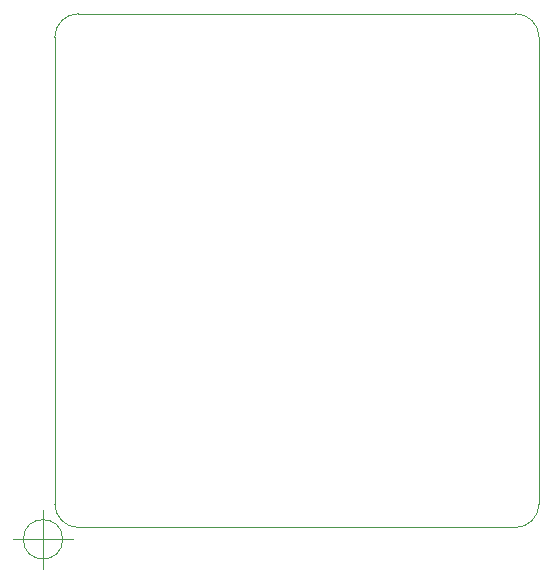
<source format=gbr>
%TF.GenerationSoftware,KiCad,Pcbnew,(5.1.8)-1*%
%TF.CreationDate,2021-07-06T20:41:50+01:00*%
%TF.ProjectId,ESP32-S2-PowerMeter,45535033-322d-4533-922d-506f7765724d,rev?*%
%TF.SameCoordinates,Original*%
%TF.FileFunction,Profile,NP*%
%FSLAX46Y46*%
G04 Gerber Fmt 4.6, Leading zero omitted, Abs format (unit mm)*
G04 Created by KiCad (PCBNEW (5.1.8)-1) date 2021-07-06 20:41:50*
%MOMM*%
%LPD*%
G01*
G04 APERTURE LIST*
%TA.AperFunction,Profile*%
%ADD10C,0.050000*%
%TD*%
G04 APERTURE END LIST*
D10*
X103666666Y-169000000D02*
G75*
G03*
X103666666Y-169000000I-1666666J0D01*
G01*
X99500000Y-169000000D02*
X104500000Y-169000000D01*
X102000000Y-166500000D02*
X102000000Y-171500000D01*
X144000000Y-166000000D02*
G75*
G02*
X142000000Y-168000000I-2000000J0D01*
G01*
X105000000Y-168000000D02*
G75*
G02*
X103000000Y-166000000I0J2000000D01*
G01*
X103000000Y-126500000D02*
G75*
G02*
X105000000Y-124500000I2000000J0D01*
G01*
X142000000Y-124500000D02*
G75*
G02*
X144000000Y-126500000I0J-2000000D01*
G01*
X142000000Y-124500000D02*
X105000000Y-124500000D01*
X144000000Y-166000000D02*
X144000000Y-126500000D01*
X105000000Y-168000000D02*
X142000000Y-168000000D01*
X103000000Y-126500000D02*
X103000000Y-166000000D01*
M02*

</source>
